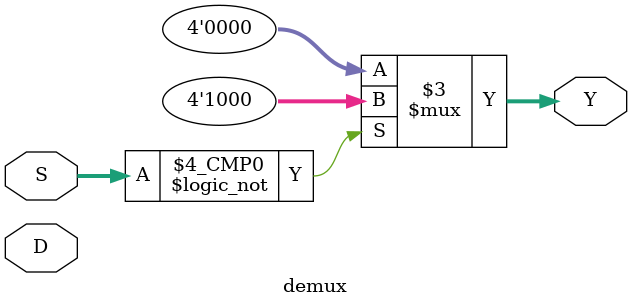
<source format=v>

module demux(D, S, Y);

parameter SIZE = 2;
input D;
input [SIZE-1:0] S;
output [2**SIZE-1:0] Y;
reg [2**SIZE-1:0] Y;


always @(D or S) begin
	case (S)
		(2'b00) : Y = 4'b1000;
		(2'b00) : Y = 4'b0100;
		(2'b00) : Y = 4'b0010;
		(2'b00) : Y = 4'b0001;
		default : Y = 4'b0000;
	endcase

end

endmodule
</source>
